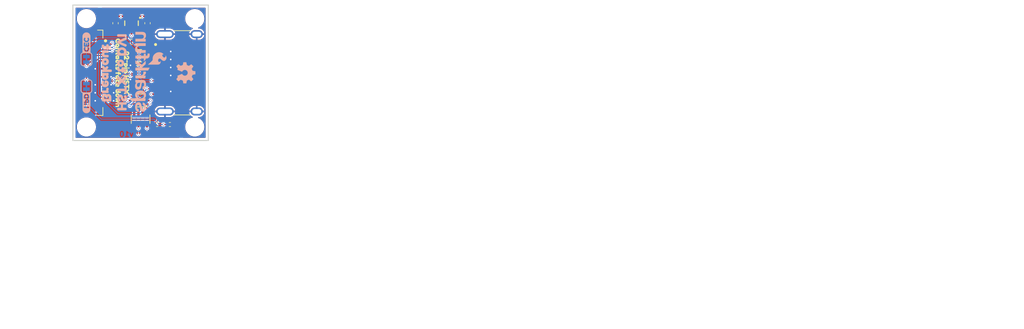
<source format=kicad_pcb>
(kicad_pcb (version 20240108) (generator "pcbnew") (generator_version "8.0")
  (title_block (title "SparkFun HSTX to DVI Breakout") (date "2025-03-03") (rev "v10") (company "SparkFun Electronics") (comment 1 "Designed by: Alex Brudner"))
  (layers (0 "F.Cu" signal) (1 "In1.Cu" signal "L2.Cu") (2 "In2.Cu" signal "L3.Cu") (31 "B.Cu" signal) (34 "B.Paste" user) (35 "F.Paste" user) (36 "B.SilkS" user "B.Silkscreen") (37 "F.SilkS" user "F.Silkscreen") (38 "B.Mask" user) (39 "F.Mask" user) (44 "Edge.Cuts" user))
  (net 0 "")
  (net 1 "GND")
  (net 2 "3.3V")
  (net 3 "Net-(U1-C-)")
  (net 4 "Net-(U1-C+)")
  (net 5 "5V")
  (net 6 "/IO0{slash}IO28")
  (net 9 "/SDA")
  (net 10 "/SCL")
  (net 11 "/IO1{slash}IO29")
  (net 12 "/5V_SDA")
  (net 13 "/HDMI_D1-")
  (net 14 "/HDMI_D2-")
  (net 15 "/CEC")
  (net 16 "/5V_HOTPLUG")
  (net 17 "/HDMI_D0+")
  (net 19 "/HDMI_CK+")
  (net 20 "/HDMI_D0-")
  (net 21 "/5V_SCL")
  (net 22 "/HDMI_D2+")
  (net 23 "/HDMI_D1+")
  (net 24 "/HDMI_CK-")
  (net 25 "/HOTPLUG")
  (net 26 "/D2+")
  (net 27 "/CK+")
  (net 28 "/CK-")
  (net 29 "/D1-")
  (net 30 "/D2-")
  (net 31 "/D0+")
  (net 32 "/D0-")
  (net 33 "/D1+")
  (footprint "SparkFun-Hardware:Standoff" (layer "F.Cu") (at 101.04 141.96)
    (property "Reference" "ST3")
    (property "Value" "Standoff")
    (pad "" np_thru_hole circle (at 0 0) (size 3.1 3.1) (drill 3.1) (layers "F&B.Cu" "*.Mask"))
  )
  (footprint "SparkFun-Resistor:R_0804_Array_Convex" (layer "F.Cu") (at 110.9 131.6)
    (property "Reference" "R3")
    (property "Value" "220")
    (pad "1" smd rect (at -0.55 -0.75) (size 0.7 0.3) (layers "F.Cu" "F.Paste" "F.Mask") (net 31 "/D0+"))
    (pad "2" smd rect (at 0.55 -0.75) (size 0.7 0.3) (layers "F.Cu" "F.Paste" "F.Mask") (net 17 "/HDMI_D0+"))
    (pad "3" smd rect (at -0.55 -0.25) (size 0.7 0.3) (layers "F.Cu" "F.Paste" "F.Mask") (net 32 "/D0-"))
    (pad "4" smd rect (at 0.55 -0.25) (size 0.7 0.3) (layers "F.Cu" "F.Paste" "F.Mask") (net 20 "/HDMI_D0-"))
    (pad "5" smd rect (at -0.55 0.25) (size 0.7 0.3) (layers "F.Cu" "F.Paste" "F.Mask") (net 27 "/CK+"))
    (pad "6" smd rect (at 0.55 0.25) (size 0.7 0.3) (layers "F.Cu" "F.Paste" "F.Mask") (net 19 "/HDMI_CK+"))
    (pad "7" smd rect (at -0.55 0.75) (size 0.7 0.3) (layers "F.Cu" "F.Paste" "F.Mask") (net 28 "/CK-"))
    (pad "8" smd rect (at 0.55 0.75) (size 0.7 0.3) (layers "F.Cu" "F.Paste" "F.Mask") (net 24 "/HDMI_CK-"))
  )
  (footprint "SparkFun-Aesthetic:Fiducial_0.5mm_Mask1mm" (layer "F.Cu") (at 103.58 120.116)
    (property "Reference" "FID1")
    (property "Value" "Fiducial_0.5mm")
    (pad "" smd circle (at 0 0) (size 0.5 0.5) (layers "F.Cu" "F.Mask") (clearance 0.25))
  )
  (footprint "SparkFun-Resistor:R_0402_1005Metric" (layer "F.Cu") (at 116.7 141.5)
    (property "Reference" "R4")
    (property "Value" "100k")
    (pad "1" smd roundrect (at -0.51 0) (size 0.54 0.64) (layers "F.Cu" "F.Paste" "F.Mask") (net 25 "/HOTPLUG"))
    (pad "2" smd roundrect (at 0.51 0) (size 0.54 0.64) (layers "F.Cu" "F.Paste" "F.Mask") (net 1 "GND"))
  )
  (footprint "kibuzzard-67C223E4" (layer "F.Cu") (at 108.45 131.8 -90)
    (property "Reference" "kibuzzard-67C223E4" (hide yes))
    (property "Value" "G***" (hide yes))
  )
  (footprint "SparkFun-Aesthetic:Fiducial_0.5mm_Mask1mm" (layer "F.Cu") (at 118.82 143.484)
    (property "Reference" "FID2")
    (property "Value" "Fiducial_0.5mm")
    (pad "" smd circle (at 0 0) (size 0.5 0.5) (layers "F.Cu" "F.Mask") (clearance 0.25))
  )
  (footprint "SparkFun-Semiconductor-Standard:SOT23-6" (layer "F.Cu") (at 109.5 122.5 -90)
    (property "Reference" "U1")
    (property "Value" "AP3602")
    (pad "1" smd rect (at -1.3001 -0.95 180) (size 0.55 1.2) (layers "F.Cu" "F.Paste" "F.Mask") (net 5 "5V"))
    (pad "2" smd rect (at -1.3001 0 180) (size 0.55 1.2) (layers "F.Cu" "F.Paste" "F.Mask") (net 1 "GND"))
    (pad "3" smd rect (at -1.3001 0.95 180) (size 0.55 1.2) (layers "F.Cu" "F.Paste" "F.Mask") (net 2 "3.3V"))
    (pad "4" smd rect (at 1.3001 0.95 180) (size 0.55 1.2) (layers "F.Cu" "F.Paste" "F.Mask") (net 3 "Net-(U1-C-)"))
    (pad "5" smd rect (at 1.3 0 180) (size 0.55 1.2) (layers "F.Cu" "F.Paste" "F.Mask") (net 2 "3.3V"))
    (pad "6" smd rect (at 1.3001 -0.95 180) (size 0.55 1.2) (layers "F.Cu" "F.Paste" "F.Mask") (net 4 "Net-(U1-C+)"))
  )
  (footprint "SparkFun-Resistor:R_1206_Array_Convex" (layer "F.Cu") (at 111.2 140.5 -90)
    (property "Reference" "R1")
    (property "Value" "10k")
    (pad "1" smd rect (at -0.875 -1.2 270) (size 1.05 0.45) (layers "F.Cu" "F.Paste" "F.Mask") (net 9 "/SDA"))
    (pad "2" smd rect (at 0.875 -1.2 270) (size 1.05 0.45) (layers "F.Cu" "F.Paste" "F.Mask") (net 2 "3.3V"))
    (pad "3" smd rect (at -0.875 -0.4 270) (size 1.05 0.45) (layers "F.Cu" "F.Paste" "F.Mask") (net 21 "/5V_SCL"))
    (pad "4" smd rect (at 0.875 -0.4 270) (size 1.05 0.45) (layers "F.Cu" "F.Paste" "F.Mask") (net 5 "5V"))
    (pad "5" smd rect (at -0.875 0.4 270) (size 1.05 0.45) (layers "F.Cu" "F.Paste" "F.Mask") (net 10 "/SCL"))
    (pad "6" smd rect (at 0.875 0.4 270) (size 1.05 0.45) (layers "F.Cu" "F.Paste" "F.Mask") (net 2 "3.3V"))
    (pad "7" smd rect (at -0.875 1.2 270) (size 1.05 0.45) (layers "F.Cu" "F.Paste" "F.Mask") (net 12 "/5V_SDA"))
    (pad "8" smd rect (at 0.875 1.2 270) (size 1.05 0.45) (layers "F.Cu" "F.Paste" "F.Mask") (net 5 "5V"))
  )
  (footprint "SparkFun-Capacitor:C_0603_1608Metric" (layer "F.Cu") (at 106.5 122.5 -90)
    (property "Reference" "C1")
    (property "Value" "10uF")
    (pad "1" smd roundrect (at -0.775 0 270) (size 0.9 0.95) (layers "F.Cu" "F.Paste" "F.Mask") (net 2 "3.3V"))
    (pad "2" smd roundrect (at 0.775 0 270) (size 0.9 0.95) (layers "F.Cu" "F.Paste" "F.Mask") (net 1 "GND"))
  )
  (footprint "SparkFun-Semiconductor-Standard:SOT-363" (layer "F.Cu") (at 111.2 137 180)
    (property "Reference" "Q1")
    (property "Value" "BSS138")
    (pad "1" smd rect (at -0.95 -0.65 270) (size 0.42 0.6) (layers "F.Cu" "F.Paste" "F.Mask") (net 9 "/SDA"))
    (pad "2" smd rect (at -0.95 0 270) (size 0.42 0.6) (layers "F.Cu" "F.Paste" "F.Mask") (net 2 "3.3V"))
    (pad "3" smd rect (at -0.95 0.65 270) (size 0.42 0.6) (layers "F.Cu" "F.Paste" "F.Mask") (net 21 "/5V_SCL"))
    (pad "4" smd rect (at 0.95 0.65 270) (size 0.42 0.6) (layers "F.Cu" "F.Paste" "F.Mask") (net 10 "/SCL"))
    (pad "5" smd rect (at 0.95 0 270) (size 0.42 0.6) (layers "F.Cu" "F.Paste" "F.Mask") (net 2 "3.3V"))
    (pad "6" smd rect (at 0.95 -0.65 270) (size 0.42 0.6) (layers "F.Cu" "F.Paste" "F.Mask") (net 12 "/5V_SDA"))
  )
  (footprint "SparkFun-Hardware:Standoff" (layer "F.Cu") (at 121.36 141.96)
    (property "Reference" "ST4")
    (property "Value" "Standoff")
    (pad "" np_thru_hole circle (at 0 0) (size 3.1 3.1) (drill 3.1) (layers "F&B.Cu" "*.Mask"))
  )
  (footprint "kibuzzard-67C22392" (layer "F.Cu") (at 107 131.8 -90)
    (property "Reference" "kibuzzard-67C22392" (hide yes))
    (property "Value" "G***" (hide yes))
  )
  (footprint "SparkFun-Aesthetic:SparkFun_Flame_5mm_Mask" (layer "F.Cu") (at 106 142 -90)
    (property "Reference" "G***" (hide yes))
    (property "Value" "Flame" (hide yes))
  )
  (footprint "SparkFun-Hardware:Standoff" (layer "F.Cu") (at 121.36 121.64)
    (property "Reference" "ST2")
    (property "Value" "Standoff")
    (pad "" np_thru_hole circle (at 0 0) (size 3.1 3.1) (drill 3.1) (layers "F&B.Cu" "*.Mask"))
  )
  (footprint "SparkFun-Capacitor:C_0603_1608Metric" (layer "F.Cu") (at 112.5 122.5 -90)
    (property "Reference" "C3")
    (property "Value" "10uF")
    (pad "1" smd roundrect (at -0.775 0 270) (size 0.9 0.95) (layers "F.Cu" "F.Paste" "F.Mask") (net 5 "5V"))
    (pad "2" smd roundrect (at 0.775 0 270) (size 0.9 0.95) (layers "F.Cu" "F.Paste" "F.Mask") (net 1 "GND"))
  )
  (footprint "SparkFun-Aesthetic:Creative_Commons_License" (layer "F.Cu") (at 230 160)
    (property "Reference" "G2" (hide yes))
    (property "Value" "OSHW_Logo" (hide yes))
  )
  (footprint "SparkFun-Connector:FPC_0.5mm-22_RA" (layer "F.Cu") (at 104.625 131.8 -90)
    (property "Reference" "J1")
    (property "Value" "Conn_01x22_FPC_0.5mm_RA")
    (pad "1" smd rect (at -5.25 0 90) (size 0.3 1.3) (layers "F.Cu" "F.Mask") (net 2 "3.3V"))
    (pad "2" smd rect (at -4.75 0 90) (size 0.3 1.3) (layers "F.Cu" "F.Mask") (net 9 "/SDA"))
    (pad "3" smd rect (at -4.25 0 90) (size 0.3 1.3) (layers "F.Cu" "F.Mask") (net 10 "/SCL"))
    (pad "4" smd rect (at -3.75 0 90) (size 0.3 1.3) (layers "F.Cu" "F.Mask") (net 1 "GND"))
    (pad "5" smd rect (at -3.25 0 90) (size 0.3 1.3) (layers "F.Cu" "F.Mask") (net 6 "/IO0{slash}IO28"))
    (pad "6" smd rect (at -2.75 0 90) (size 0.3 1.3) (layers "F.Cu" "F.Mask") (net 11 "/IO1{slash}IO29"))
    (pad "7" smd rect (at -2.25 0 90) (size 0.3 1.3) (layers "F.Cu" "F.Mask") (net 1 "GND"))
    (pad "8" smd rect (at -1.75 0 90) (size 0.3 1.3) (layers "F.Cu" "F.Mask"))
    (pad "9" smd rect (at -1.25 0 90) (size 0.3 1.3) (layers "F.Cu" "F.Mask"))
    (pad "10" smd rect (at -0.75 0 90) (size 0.3 1.3) (layers "F.Cu" "F.Mask") (net 1 "GND"))
    (pad "11" smd rect (at -0.25 0 90) (size 0.3 1.3) (layers "F.Cu" "F.Mask") (net 26 "/D2+"))
    (pad "12" smd rect (at 0.25 0 90) (size 0.3 1.3) (layers "F.Cu" "F.Mask") (net 30 "/D2-"))
    (pad "13" smd rect (at 0.75 0 90) (size 0.3 1.3) (layers "F.Cu" "F.Mask") (net 1 "GND"))
    (pad "14" smd rect (at 1.25 0 90) (size 0.3 1.3) (layers "F.Cu" "F.Mask") (net 27 "/CK+"))
    (pad "15" smd rect (at 1.75 0 90) (size 0.3 1.3) (layers "F.Cu" "F.Mask") (net 28 "/CK-"))
    (pad "16" smd rect (at 2.25 0 90) (size 0.3 1.3) (layers "F.Cu" "F.Mask") (net 1 "GND"))
    (pad "17" smd rect (at 2.75 0 90) (size 0.3 1.3) (layers "F.Cu" "F.Mask") (net 33 "/D1+"))
    (pad "18" smd rect (at 3.25 0 90) (size 0.3 1.3) (layers "F.Cu" "F.Mask") (net 29 "/D1-"))
    (pad "19" smd rect (at 3.75 0 90) (size 0.3 1.3) (layers "F.Cu" "F.Mask") (net 1 "GND"))
    (pad "20" smd rect (at 4.25 0 90) (size 0.3 1.3) (layers "F.Cu" "F.Mask") (net 31 "/D0+"))
    (pad "21" smd rect (at 4.75 0 90) (size 0.3 1.3) (layers "F.Cu" "F.Mask") (net 32 "/D0-"))
    (pad "22" smd rect (at 5.25 0 90) (size 0.3 1.3) (layers "F.Cu" "F.Mask") (net 1 "GND"))
    (pad "NC" smd rect (at -6.95 2.68) (size 1.6 2) (layers "F.Cu" "F.Paste" "F.Mask"))
    (pad "NC" smd rect (at 6.95 2.68) (size 1.6 2) (layers "F.Cu" "F.Paste" "F.Mask"))
  )
  (footprint "SparkFun-Connector:HDMI_A_19P_SMD" (layer "F.Cu") (at 115.01 131.8 90)
    (property "Reference" "J2")
    (property "Value" "HDMI")
    (pad "1" smd rect (at 4.5 0 270) (size 0.3 2.6) (layers "F.Cu" "F.Paste" "F.Mask") (net 22 "/HDMI_D2+"))
    (pad "2" smd rect (at 4 0 270) (size 0.3 2.6) (layers "F.Cu" "F.Paste" "F.Mask") (net 1 "GND"))
    (pad "3" smd rect (at 3.5 0 270) (size 0.3 2.6) (layers "F.Cu" "F.Paste" "F.Mask") (net 14 "/HDMI_D2-"))
    (pad "4" smd rect (at 3 0 270) (size 0.3 2.6) (layers "F.Cu" "F.Paste" "F.Mask") (net 23 "/HDMI_D1+"))
    (pad "5" smd rect (at 2.5 0 270) (size 0.3 2.6) (layers "F.Cu" "F.Paste" "F.Mask") (net 1 "GND"))
    (pad "6" smd rect (at 2 0 270) (size 0.3 2.6) (layers "F.Cu" "F.Paste" "F.Mask") (net 13 "/HDMI_D1-"))
    (pad "7" smd rect (at 1.5 0 270) (size 0.3 2.6) (layers "F.Cu" "F.Paste" "F.Mask") (net 17 "/HDMI_D0+"))
    (pad "8" smd rect (at 1 0 270) (size 0.3 2.6) (layers "F.Cu" "F.Paste" "F.Mask") (net 1 "GND"))
    (pad "9" smd rect (at 0.5 0 270) (size 0.3 2.6) (layers "F.Cu" "F.Paste" "F.Mask") (net 20 "/HDMI_D0-"))
    (pad "10" smd rect (at 0 0 270) (size 0.3 2.6) (layers "F.Cu" "F.Paste" "F.Mask") (net 19 "/HDMI_CK+"))
    (pad "11" smd rect (at -0.5 0 270) (size 0.3 2.6) (layers "F.Cu" "F.Paste" "F.Mask") (net 1 "GND"))
    (pad "12" smd rect (at -1 0 270) (size 0.3 2.6) (layers "F.Cu" "F.Paste" "F.Mask") (net 24 "/HDMI_CK-"))
    (pad "13" smd rect (at -1.5 0 270) (size 0.3 2.6) (layers "F.Cu" "F.Paste" "F.Mask") (net 15 "/CEC"))
    (pad "14" smd rect (at -2 0 270) (size 0.3 2.6) (layers "F.Cu" "F.Paste" "F.Mask"))
    (pad "15" smd rect (at -2.5 0 270) (size 0.3 2.6) (layers "F.Cu" "F.Paste" "F.Mask") (net 21 "/5V_SCL"))
    (pad "16" smd rect (at -3 0 270) (size 0.3 2.6) (layers "F.Cu" "F.Paste" "F.Mask") (net 12 "/5V_SDA"))
    (pad "17" smd rect (at -3.5 0 270) (size 0.3 2.6) (layers "F.Cu" "F.Paste" "F.Mask") (net 1 "GND"))
    (pad "18" smd rect (at -4 0 270) (size 0.3 2.6) (layers "F.Cu" "F.Paste" "F.Mask") (net 5 "5V"))
    (pad "19" smd rect (at -4.5 0 270) (size 0.3 2.6) (layers "F.Cu" "F.Paste" "F.Mask") (net 16 "/5V_HOTPLUG"))
    (pad "SH" thru_hole oval (at -7.25 0.76 90) (size 1.5 3.3) (drill oval 0.9 2.7) (layers "*.Cu" "*.Mask" "F.Paste") (net 1 "GND"))
    (pad "SH" thru_hole oval (at -7.25 6.72 90) (size 1.5 2.3) (drill oval 0.9 1.7) (layers "*.Cu" "*.Mask" "F.Paste") (net 1 "GND"))
    (pad "SH" thru_hole oval (at 7.25 0.76 90) (size 1.5 3.3) (drill oval 0.9 2.7) (layers "*.Cu" "*.Mask" "F.Paste") (net 1 "GND"))
    (pad "SH" thru_hole oval (at 7.25 6.72 90) (size 1.5 2.3) (drill oval 0.9 1.7) (layers "*.Cu" "*.Mask" "F.Paste") (net 1 "GND"))
  )
  (footprint "SparkFun-Resistor:R_0804_Array_Convex" (layer "F.Cu") (at 110.9 128.6)
    (property "Reference" "R2")
    (property "Value" "220")
    (pad "1" smd rect (at -0.55 -0.75) (size 0.7 0.3) (layers "F.Cu" "F.Paste" "F.Mask") (net 26 "/D2+"))
    (pad "2" smd rect (at 0.55 -0.75) (size 0.7 0.3) (layers "F.Cu" "F.Paste" "F.Mask") (net 22 "/HDMI_D2+"))
    (pad "3" smd rect (at -0.55 -0.25) (size 0.7 0.3) (layers "F.Cu" "F.Paste" "F.Mask") (net 30 "/D2-"))
    (pad "4" smd rect (at 0.55 -0.25) (size 0.7 0.3) (layers "F.Cu" "F.Paste" "F.Mask") (net 14 "/HDMI_D2-"))
    (pad "5" smd rect (at -0.55 0.25) (size 0.7 0.3) (layers "F.Cu" "F.Paste" "F.Mask") (net 33 "/D1+"))
    (pad "6" smd rect (at 0.55 0.25) (size 0.7 0.3) (layers "F.Cu" "F.Paste" "F.Mask") (net 23 "/HDMI_D1+"))
    (pad "7" smd rect (at -0.55 0.75) (size 0.7 0.3) (layers "F.Cu" "F.Paste" "F.Mask") (net 29 "/D1-"))
    (pad "8" smd rect (at 0.55 0.75) (size 0.7 0.3) (layers "F.Cu" "F.Paste" "F.Mask") (net 13 "/HDMI_D1-"))
  )
  (footprint "SparkFun-Hardware:Standoff" (layer "F.Cu") (at 101.04 121.64)
    (property "Reference" "ST1")
    (property "Value" "Standoff")
    (pad "" np_thru_hole circle (at 0 0) (size 3.1 3.1) (drill 3.1) (layers "F&B.Cu" "*.Mask"))
  )
  (footprint "SparkFun-Capacitor:C_0603_1608Metric" (layer "F.Cu") (at 109.5 126 180)
    (property "Reference" "C2")
    (property "Value" "1.0uF")
    (pad "1" smd roundrect (at -0.775 0 180) (size 0.9 0.95) (layers "F.Cu" "F.Paste" "F.Mask") (net 4 "Net-(U1-C+)"))
    (pad "2" smd roundrect (at 0.775 0 180) (size 0.9 0.95) (layers "F.Cu" "F.Paste" "F.Mask") (net 3 "Net-(U1-C-)"))
  )
  (footprint "SparkFun-Resistor:R_0402_1005Metric" (layer "F.Cu") (at 114.3 141.5 180)
    (property "Reference" "R5")
    (property "Value" "100k")
    (pad "1" smd roundrect (at -0.51 0 180) (size 0.54 0.64) (layers "F.Cu" "F.Paste" "F.Mask") (net 25 "/HOTPLUG"))
    (pad "2" smd roundrect (at 0.51 0 180) (size 0.54 0.64) (layers "F.Cu" "F.Paste" "F.Mask") (net 16 "/5V_HOTPLUG"))
  )
  (footprint "SparkFun-Jumper:Jumper_2_NC_Trace" (layer "B.Cu") (at 101.04 129.26 90)
    (property "Reference" "JP1")
    (property "Value" "CEC")
    (fp_poly (pts (xy -0.25 0.15) (xy 0.25 0.15) (xy 0.25 -0.15) (xy -0.25 -0.15)) (fill solid) (layer "B.Cu"))
    (pad "1" smd rect (at -0.5207 0 90) (size 0.6604 1.27) (layers "B.Cu" "B.Mask") (net 6 "/IO0{slash}IO28"))
    (pad "2" smd rect (at 0.5207 0 90) (size 0.6604 1.27) (layers "B.Cu" "B.Mask") (net 15 "/CEC"))
  )
  (footprint "kibuzzard-67C21FDF" (layer "B.Cu") (at 101.05 126.15 90)
    (property "Reference" "kibuzzard-67C21FDF" (hide yes))
    (property "Value" "G***" (hide yes))
  )
  (footprint "SparkFun-Aesthetic:SparkFun_Logo_15mm" (layer "B.Cu") (at 111.2 131.8 90)
    (property "Reference" "G***" (hide yes))
    (property "Value" "LOGO" (hide yes))
  )
  (footprint "kibuzzard-67C22006" (layer "B.Cu") (at 101.05 137.45 90)
    (property "Reference" "kibuzzard-67C22006" (hide yes))
    (property "Value" "G***" (hide yes))
  )
  (footprint "kibuzzard-67C2232E" (layer "B.Cu") (at 104.85 131.8 90)
    (property "Reference" "kibuzzard-67C2232E" (hide yes))
    (property "Value" "G***" (hide yes))
  )
  (footprint "SparkFun-Aesthetic:OSHW_Logo_4mm" (layer "B.Cu") (at 119.5 131.8 90)
    (property "Reference" "Ref**" (hide yes))
    (property "Value" "Val**" (hide yes))
  )
  (footprint "SparkFun-Jumper:Jumper_2_NC_Trace" (layer "B.Cu") (at 101.04 134.34 -90)
    (property "Reference" "JP2")
    (property "Value" "HPE")
    (fp_poly (pts (xy -0.25 0.15) (xy 0.25 0.15) (xy 0.25 -0.15) (xy -0.25 -0.15)) (fill solid) (layer "B.Cu"))
    (pad "1" smd rect (at -0.5207 0 270) (size 0.6604 1.27) (layers "B.Cu" "B.Mask") (net 11 "/IO1{slash}IO29"))
    (pad "2" smd rect (at 0.5207 0 270) (size 0.6604 1.27) (layers "B.Cu" "B.Mask") (net 25 "/HOTPLUG"))
  )
  (footprint "kibuzzard-67C220EB" (layer "B.Cu") (at 107.7 131.7 90)
    (property "Reference" "kibuzzard-67C220EB" (hide yes))
    (property "Value" "G***" (hide yes))
  )
  (gr_line (start 98.5 144.5) (end 123.9 144.5) (stroke (width 0.2)) (layer "Edge.Cuts"))
  (gr_line (start 123.9 119.1) (end 98.5 119.1) (stroke (width 0.2)) (layer "Edge.Cuts"))
  (gr_line (start 123.9 144.5) (end 123.9 119.1) (stroke (width 0.2)) (layer "Edge.Cuts"))
  (gr_line (start 98.5 119.1) (end 98.5 144.5) (stroke (width 0.2)) (layer "Edge.Cuts"))
  (gr_text "v10" (at 110 143.92 0) (layer "B.Cu" knockout) (effects (font (size 1 1) (thickness 0.2) (bold yes)) (justify left bottom mirror)))
  (via (at 106.15 135.55) (size 0.45) (drill 0.3) (layers "F.Cu" "B.Cu") (net 1))
  (via (at 105.663878 132.561024) (size 0.45) (drill 0.3) (layers "F.Cu" "B.Cu") (net 1))
  (via (at 116.85 129.3) (size 0.45) (drill 0.3) (layers "F.Cu" "B.Cu") (net 1))
  (via (at 102.7 137.05) (size 0.45) (drill 0.3) (layers "F.Cu" "B.Cu") (net 1))
  (via (at 102.7 134.05) (size 0.45) (drill 0.3) (layers "F.Cu" "B.Cu") (net 1))
  (via (at 116.85 135.3) (size 0.45) (drill 0.3) (layers "F.Cu" "B.Cu") (net 1))
  (via (at 106.15 137.05) (size 0.45) (drill 0.3) (layers "F.Cu" "B.Cu") (net 1))
  (via (at 109.3 133.05) (size 0.45) (drill 0.3) (layers "F.Cu" "B.Cu") (net 1))
  (via (at 102.7 135.55) (size 0.45) (drill 0.3) (layers "F.Cu" "B.Cu") (net 1))
  (via (at 105.66253 134.035241) (size 0.45) (drill 0.3) (layers "F.Cu" "B.Cu") (net 1))
  (via (at 116.85 127.8) (size 0.45) (drill 0.3) (layers "F.Cu" "B.Cu") (net 1))
  (via (at 116.85 130.8) (size 0.45) (drill 0.3) (layers "F.Cu" "B.Cu") (net 1))
  (via (at 102.7 131.05) (size 0.45) (drill 0.3) (layers "F.Cu" "B.Cu") (net 1))
  (via (at 109.3 130.4) (size 0.45) (drill 0.3) (layers "F.Cu" "B.Cu") (net 1))
  (via (at 116.85 132.3) (size 0.45) (drill 0.3) (layers "F.Cu" "B.Cu") (net 1))
  (segment (start 112.15 137) (end 113.05 137) (width 0.3) (layer "F.Cu") (net 2))
  (segment (start 109.5 123) (end 108.55 122.05) (width 0.3) (layer "F.Cu") (net 2))
  (segment (start 108.8 137) (end 110.25 137) (width 0.3) (layer "F.Cu") (net 2))
  (segment (start 109.5 123.8) (end 109.5 123) (width 0.3) (layer "F.Cu") (net 2))
  (segment (start 110.8 141.375) (end 110.8 142.2) (width 0.3) (layer "F.Cu") (net 2))
  (segment (start 104.625 126.55) (end 105.5 126.55) (width 0.3) (layer "F.Cu") (net 2))
  (segment (start 108.55 122.05) (end 108.55 121.1999) (width 0.3) (layer "F.Cu") (net 2))
  (segment (start 112.4 141.375) (end 112.4 142.2) (width 0.3) (layer "F.Cu") (net 2))
  (segment (start 108.5499 121.2) (end 108.55 121.1999) (width 0.3) (layer "F.Cu") (net 2))
  (segment (start 107.025 121.2) (end 107.5 121.2) (width 0.3) (layer "F.Cu") (net 2))
  (segment (start 107.5 121.2) (end 108.5499 121.2) (width 0.3) (layer "F.Cu") (net 2))
  (segment (start 109.5 123.8) (end 109.5 124.8) (width 0.3) (layer "F.Cu") (net 2))
  (segment (start 105.5 126.55) (end 105.85 126.2) (width 0.3) (layer "F.Cu") (net 2))
  (segment (start 106.5 121.725) (end 107.025 121.2) (width 0.3) (layer "F.Cu") (net 2))
  (via (at 113.05 137) (size 0.45) (drill 0.3) (layers "F.Cu" "B.Cu") (net 2))
  (via (at 110.8 142.2) (size 0.45) (drill 0.3) (layers "F.Cu" "B.Cu") (net 2))
  (via (at 109.5 124.8) (size 0.45) (drill 0.3) (layers "F.Cu" "B.Cu") (net 2))
  (via (at 105.85 126.2) (size 0.45) (drill 0.3) (layers "F.Cu" "B.Cu") (net 2))
  (via (at 108.8 137) (size 0.45) (drill 0.3) (layers "F.Cu" "B.Cu") (net 2))
  (via (at 112.4 142.2) (size 0.45) (drill 0.3) (layers "F.Cu" "B.Cu") (net 2))
  (via (at 107.5 121.2) (size 0.45) (drill 0.3) (layers "F.Cu" "B.Cu") (net 2))
  (segment (start 108.725 126) (end 108.725 125.075) (width 0.2) (layer "F.Cu") (net 3))
  (segment (start 108.725 125.075) (end 108.55 124.9) (width 0.2) (layer "F.Cu") (net 3))
  (segment (start 108.55 124.9) (end 108.55 123.8001) (width 0.2) (layer "F.Cu") (net 3))
  (segment (start 110.3 125.975) (end 110.3 125.05) (width 0.2) (layer "F.Cu") (net 4))
  (segment (start 110.45 124.9) (end 110.45 123.8001) (width 0.2) (layer "F.Cu") (net 4))
  (segment (start 110.3 125.05) (end 110.45 124.9) (width 0.2) (layer "F.Cu") (net 4))
  (segment (start 110.275 126) (end 110.3 125.975) (width 0.2) (layer "F.Cu") (net 4))
  (segment (start 110 141.375) (end 110 142.5) (width 0.3) (layer "F.Cu") (net 5))
  (segment (start 115.01 135.8) (end 113.25 135.8) (width 0.3) (layer "F.Cu") (net 5))
  (segment (start 110 142.5) (end 110.8 143.3) (width 0.3) (layer "F.Cu") (net 5))
  (segment (start 111.975 121.2) (end 112.5 121.725) (width 0.3) (layer "F.Cu") (net 5))
  (segment (start 110.4501 121.2) (end 110.45 121.1999) (width 0.3) (layer "F.Cu") (net 5))
  (segment (start 111.5 121.2) (end 110.4501 121.2) (width 0.3) (layer "F.Cu") (net 5))
  (segment (start 111.6 141.375) (end 111.6 142.5) (width 0.3) (layer "F.Cu") (net 5))
  (segment (start 111.5 121.2) (end 111.975 121.2) (width 0.3) (layer "F.Cu") (net 5))
  (segment (start 111.6 142.5) (end 110.8 143.3) (width 0.3) (layer "F.Cu") (net 5))
  (via (at 113.25 135.8) (size 0.45) (drill 0.3) (layers "F.Cu" "B.Cu") (net 5))
  (via (at 110.8 143.3) (size 0.45) (drill 0.3) (layers "F.Cu" "B.Cu") (net 5))
  (via (at 111.5 121.2) (size 0.45) (drill 0.3) (layers "F.Cu" "B.Cu") (net 5))
  (segment (start 102.75 128.8) (end 101.05 130.5) (width 0.2) (layer "F.Cu") (net 6))
  (segment (start 104.625 128.55) (end 103 128.55) (width 0.2) (layer "F.Cu") (net 6))
  (segment (start 103 128.55) (end 102.75 128.8) (width 0.2) (layer "F.Cu") (net 6))
  (via (at 101.05 130.5) (size 0.45) (drill 0.3) (layers "F.Cu" "B.Cu") (net 6))
  (segment (start 101.05 130.5) (end 101.05 129.7907) (width 0.2) (layer "B.Cu") (net 6))
  (segment (start 101.05 129.7907) (end 101.04 129.7807) (width 0.2) (layer "B.Cu") (net 6))
  (segment (start 106.2 127.05) (end 104.625 127.05) (width 0.2) (layer "F.Cu") (net 9))
  (segment (start 112.4 138.35) (end 112.15 138.1) (width 0.2) (layer "F.Cu") (net 9))
  (segment (start 112.15 137.65) (end 112.85 137.65) (width 0.2) (layer "F.Cu") (net 9))
  (segment (start 112.15 138.1) (end 112.15 137.65) (width 0.2) (layer "F.Cu") (net 9))
  (segment (start 112.4 139.625) (end 112.4 138.35) (width 0.2) (layer "F.Cu") (net 9))
  (via (at 106.2 127.05) (size 0.45) (drill 0.3) (layers "F.Cu" "B.Cu") (net 9))
  (via (at 112.85 137.65) (size 0.45) (drill 0.3) (layers "F.Cu" "B.Cu") (net 9))
  (segment (start 106.2 127.05) (end 104.35 127.05) (width 0.2) (layer "B.Cu") (net 9))
  (segment (start 103.3 128.1) (end 103.3 135.825) (width 0.2) (layer "B.Cu") (net 9))
  (segment (start 111.05 139.45) (end 112.85 137.65) (width 0.2) (layer "B.Cu") (net 9))
  (segment (start 103.3 135.825) (end 106.925 139.45) (width 0.2) (layer "B.Cu") (net 9))
  (segment (start 106.925 139.45) (end 111.05 139.45) (width 0.2) (layer "B.Cu") (net 9))
  (segment (start 104.35 127.05) (end 103.3 128.1) (width 0.2) (layer "B.Cu") (net 9))
  (segment (start 110.8 138.9) (end 110.95 138.75) (width 0.2) (layer "F.Cu") (net 10))
  (segment (start 105.85 127.6) (end 105.8 127.55) (width 0.2) (layer "F.Cu") (net 10))
  (segment (start 110.71 136.35) (end 110.25 136.35) (width 0.2) (layer "F.Cu") (net 10))
  (segment (start 110.95 136.59) (end 110.71 136.35) (width 0.2) (layer "F.Cu") (net 10))
  (segment (start 109.7 136.35) (end 109.5 136.15) (width 0.2) (layer "F.Cu") (net 10))
  (segment (start 110.25 136.35) (end 109.7 136.35) (width 0.2) (layer "F.Cu") (net 10))
  (segment (start 109.5 136.15) (end 109.2 136.15) (width 0.2) (layer "F.Cu") (net 10))
  (segment (start 110.95 138.75) (end 110.95 136.59) (width 0.2) (layer "F.Cu") (net 10))
  (segment (start 105.8 127.55) (end 104.625 127.55) (width 0.2) (layer "F.Cu") (net 10))
  (segment (start 110.8 139.625) (end 110.8 138.9) (width 0.2) (layer "F.Cu") (net 10))
  (via (at 109.2 136.15) (size 0.45) (drill 0.3) (layers "F.Cu" "B.Cu") (net 10))
  (via (at 105.85 127.6) (size 0.45) (drill 0.3) (layers "F.Cu" "B.Cu") (net 10))
  (segment (start 108.95 136.4) (end 108.3 136.4) (width 0.2) (layer "B.Cu") (net 10))
  (segment (start 105.75 137.65) (end 103.7 135.6) (width 0.2) (layer "B.Cu") (net 10))
  (segment (start 104.4 127.6) (end 105.85 127.6) (width 0.2) (layer "B.Cu") (net 10))
  (segment (start 103.7 135.6) (end 103.7 128.3) (width 0.2) (layer "B.Cu") (net 10))
  (segment (start 103.7 128.3) (end 104.4 127.6) (width 0.2) (layer "B.Cu") (net 10))
  (segment (start 109.2 136.15) (end 108.95 136.4) (width 0.2) (layer "B.Cu") (net 10))
  (segment (start 108.3 136.4) (end 107.05 137.65) (width 0.2) (layer "B.Cu") (net 10))
  (segment (start 107.05 137.65) (end 105.75 137.65) (width 0.2) (layer "B.Cu") (net 10))
  (segment (start 103.4 129.05) (end 101.05 131.4) (width 0.2) (layer "F.Cu") (net 11))
  (segment (start 104.625 129.05) (end 103.4 129.05) (width 0.2) (layer "F.Cu") (net 11))
  (segment (start 101.05 131.4) (end 101.05 133.1) (width 0.2) (layer "F.Cu") (net 11))
  (via (at 101.05 133.1) (size 0.45) (drill 0.3) (layers "F.Cu" "B.Cu") (net 11))
  (segment (start 101.05 133.1) (end 101.05 133.8093) (width 0.2) (layer "B.Cu") (net 11))
  (segment (start 101.05 133.8093) (end 101.04 133.8193) (width 0.2) (layer "B.Cu") (net 11))
  (segment (start 110 138.35) (end 110.25 138.1) (width 0.2) (layer "F.Cu") (net 12))
  (segment (start 110.25 138.1) (end 110.25 137.65) (width 0.2) (layer "F.Cu") (net 12))
  (segment (start 109.55 137.65) (end 110.25 137.65) (width 0.2) (layer "F.Cu") (net 12))
  (segment (start 110 139.625) (end 110 138.35) (width 0.2) (layer "F.Cu") (net 12))
  (segment (start 109.2 138) (end 109.55 137.65) (width 0.2) (layer "F.Cu") (net 12))
  (segment (start 112.4 134.8) (end 115.01 134.8) (width 0.2) (layer "F.Cu") (net 12))
  (via (at 112.4 134.8) (size 0.45) (drill 0.3) (layers "F.Cu" "B.Cu") (net 12))
  (via (at 109.2 138) (size 0.45) (drill 0.3) (layers "F.Cu" "B.Cu") (net 12))
  (segment (start 112.4 134.8) (end 109.2 138) (width 0.2) (layer "B.Cu") (net 12))
  (segment (start 112.439938 129.245) (end 112.639938 129.445) (width 0.18) (layer "F.Cu") (net 13))
  (segment (start 112.639938 129.445) (end 113.245 129.445) (width 0.18) (layer "F.Cu") (net 13))
  (segment (start 111.45 129.35) (end 112.056943 129.35) (width 0.18) (layer "F.Cu") (net 13))
  (segment (start 112.161943 129.245) (end 112.439938 129.245) (width 0.18) (layer "F.Cu") (net 13))
  (segment (start 112.056943 129.35) (end 112.161943 129.245) (width 0.18) (layer "F.Cu") (net 13))
  (segment (start 113.245 129.445) (end 113.6 129.8) (width 0.18) (layer "F.Cu") (net 13))
  (segment (start 113.6 129.8) (end 115.01 129.8) (width 0.18) (layer "F.Cu") (net 13))
  (segment (start 112.590062 128.245) (end 112.890062 127.945) (width 0.18) (layer "F.Cu") (net 14))
  (segment (start 112.161943 128.245) (end 112.590062 128.245) (width 0.18) (layer "F.Cu") (net 14))
  (segment (start 113.6 128.3) (end 115.01 128.3) (width 0.18) (layer "F.Cu") (net 14))
  (segment (start 111.45 128.35) (end 112.056943 128.35) (width 0.18) (layer "F.Cu") (net 14))
  (segment (start 112.056943 128.35) (end 112.161943 128.245) (width 0.18) (layer "F.Cu") (net 14))
  (segment (start 112.890062 127.945) (end 113.245 127.945) (width 0.18) (layer "F.Cu") (net 14))
  (segment (start 113.245 127.945) (end 113.6 128.3) (width 0.18) (layer "F.Cu") (net 14))
  (segment (start 115.01 133.3) (end 113.25 133.3) (width 0.2) (layer "F.Cu") (net 15))
  (via (at 113.25 133.3) (size 0.45) (drill 0.3) (layers "F.Cu" "B.Cu") (net 15))
  (segment (start 110.9 132.6) (end 111.6 133.3) (width 0.2) (layer "B.Cu") (net 15))
  (segment (start 101.04 128.7393) (end 101.04 127.41) (width 0.2) (layer "B.Cu") (net 15))
  (segment (start 110.9 127.6) (end 110.9 132.6) (width 0.2) (layer "B.Cu") (net 15))
  (segment (start 108.55 125.25) (end 110.9 127.6) (width 0.2) (layer "B.Cu") (net 15))
  (segment (start 103.2 125.25) (end 108.55 125.25) (width 0.2) (layer "B.Cu") (net 15))
  (segment (start 101.04 127.41) (end 103.2 125.25) (width 0.2) (layer "B.Cu") (net 15))
  (segment (start 111.6 133.3) (end 113.25 133.3) (width 0.2) (layer "B.Cu") (net 15))
  (segment (start 118.45 139.8) (end 118.45 138.2) (width 0.2) (layer "F.Cu") (net 16))
  (segment (start 118.45 138.2) (end 116.55 136.3) (width 0.2) (layer "F.Cu") (net 16))
  (segment (start 113.79 141.36) (end 114.55 140.6) (width 0.2) (layer "F.Cu") (net 16))
  (segment (start 117.65 140.6) (end 118.45 139.8) (width 0.2) (layer "F.Cu") (net 16))
  (segment (start 116.55 136.3) (end 115.01 136.3) (width 0.2) (layer "F.Cu") (net 16))
  (segment (start 114.55 140.6) (end 117.65 140.6) (width 0.2) (layer "F.Cu") (net 16))
  (segment (start 113.79 141.5) (end 113.79 141.36) (width 0.2) (layer "F.Cu") (net 16))
  (segment (start 112.69499 130.655) (end 113.245 130.655) (width 0.18) (layer "F.Cu") (net 17))
  (segment (start 112.161943 130.955) (end 112.39499 130.955) (width 0.18) (layer "F.Cu") (net 17))
  (segment (start 112.056943 130.85) (end 112.161943 130.955) (width 0.18) (layer "F.Cu") (net 17))
  (segment (start 112.39499 130.955) (end 112.69499 130.655) (width 0.18) (layer "F.Cu") (net 17))
  (segment (start 113.245 130.655) (end 113.6 130.3) (width 0.18) (layer "F.Cu") (net 17))
  (segment (start 113.6 130.3) (end 115.01 130.3) (width 0.18) (layer "F.Cu") (net 17))
  (segment (start 111.45 130.85) (end 112.056943 130.85) (width 0.18) (layer "F.Cu") (net 17))
  (segment (start 112.700062 132.155) (end 113.245 132.155) (width 0.18) (layer "F.Cu") (net 19))
  (segment (start 112.044873 131.85) (end 112.149873 131.955) (width 0.18) (layer "F.Cu") (net 19))
  (segment (start 113.245 132.155) (end 113.6 131.8) (width 0.18) (layer "F.Cu") (net 19))
  (segment (start 111.45 131.85) (end 112.044873 131.85) (width 0.18) (layer "F.Cu") (net 19))
  (segment (start 112.149873 131.955) (end 112.500062 131.955) (width 0.18) (layer "F.Cu") (net 19))
  (segment (start 113.6 131.8) (end 115.01 131.8) (width 0.18) (layer "F.Cu") (net 19))
  (segment (start 112.500062 131.955) (end 112.700062 132.155) (width 0.18) (layer "F.Cu") (net 19))
  (segment (start 112.161943 131.245) (end 112.515114 131.245) (width 0.18) (layer "F.Cu") (net 20))
  (segment (start 112.809135 130.950979) (end 113.250979 130.950979) (width 0.18) (layer "F.Cu") (net 20))
  (segment (start 111.45 131.35) (end 112.056943 131.35) (width 0.18) (layer "F.Cu") (net 20))
  (segment (start 113.6 131.3) (end 115.01 131.3) (width 0.18) (layer "F.Cu") (net 20))
  (segment (start 113.250979 130.950979) (end 113.6 131.3) (width 0.18) (layer "F.Cu") (net 20))
  (segment (start 112.515114 131.245) (end 112.809135 130.950979) (width 0.18) (layer "F.Cu") (net 20))
  (segment (start 112.056943 131.35) (end 112.161943 131.245) (width 0.18) (layer "F.Cu") (net 20))
  (segment (start 111.6 138.9) (end 111.45 138.75) (width 0.2) (layer "F.Cu") (net 21))
  (segment (start 115.01 134.3) (end 113.35 134.3) (width 0.2) (layer "F.Cu") (net 21))
  (segment (start 113.35 134.3) (end 113.15 134.1) (width 0.2) (layer "F.Cu") (net 21))
  (segment (start 111.45 136.595) (end 111.695 136.35) (width 0.2) (layer "F.Cu") (net 21))
  (segment (start 112 134.1) (end 111.75 134.35) (width 0.2) (layer "F.Cu") (net 21))
  (segment (start 112.15 135.55) (end 112.15 136.35) (width 0.2) (layer "F.Cu") (net 21))
  (segment (start 111.75 134.35) (end 111.75 135.15) (width 0.2) (layer "F.Cu") (net 21))
  (segment (start 111.6 139.625) (end 111.6 138.9) (width 0.2) (layer "F.Cu") (net 21))
  (segment (start 111.45 138.75) (end 111.45 136.595) (width 0.2) (layer "F.Cu") (net 21))
  (segment (start 113.15 134.1) (end 112 134.1) (width 0.2) (layer "F.Cu") (net 21))
  (segment (start 111.75 135.15) (end 112.15 135.55) (width 0.2) (layer "F.Cu") (net 21))
  (segment (start 111.695 136.35) (end 112.15 136.35) (width 0.2) (layer "F.Cu") (net 21))
  (segment (start 113.6275 127.3) (end 115.01 127.3) (width 0.18) (layer "F.Cu") (net 22))
  (segment (start 113.2725 127.655) (end 113.6275 127.3) (width 0.18) (layer "F.Cu") (net 22))
  (segment (start 112.056943 127.85) (end 112.161943 127.955) (width 0.18) (layer "F.Cu") (net 22))
  (segment (start 112.161943 127.955) (end 112.469938 127.955) (width 0.18) (layer "F.Cu") (net 22))
  (segment (start 112.469938 127.955) (end 112.769938 127.655) (width 0.18) (layer "F.Cu") (net 22))
  (segment (start 111.45 127.85) (end 112.056943 127.85) (width 0.18) (layer "F.Cu") (net 22))
  (segment (start 112.769938 127.655) (end 113.2725 127.655) (width 0.18) (layer "F.Cu") (net 22))
  (segment (start 112.056943 128.85) (end 112.161943 128.955) (width 0.18) (layer "F.Cu") (net 23))
  (segment (start 113.2225 129.155) (end 113.5775 128.8) (width 0.18) (layer "F.Cu") (net 23))
  (segment (start 112.760062 129.155) (end 113.2225 129.155) (width 0.18) (layer "F.Cu") (net 23))
  (segment (start 111.45 128.85) (end 112.056943 128.85) (width 0.18) (layer "F.Cu") (net 23))
  (segment (start 112.161943 128.955) (end 112.560062 128.955) (width 0.18) (layer "F.Cu") (net 23))
  (segment (start 112.560062 128.955) (end 112.760062 129.155) (width 0.18) (layer "F.Cu") (net 23))
  (segment (start 113.5775 128.8) (end 115.01 128.8) (width 0.18) (layer "F.Cu") (net 23))
  (segment (start 113.245 132.445) (end 113.6 132.8) (width 0.18) (layer "F.Cu") (net 24))
  (segment (start 112.044873 132.35) (end 112.149873 132.245) (width 0.18) (layer "F.Cu") (net 24))
  (segment (start 112.149873 132.245) (end 112.379938 132.245) (width 0.18) (layer "F.Cu") (net 24))
  (segment (start 113.6 132.8) (end 115.01 132.8) (width 0.18) (layer "F.Cu") (net 24))
  (segment (start 112.379938 132.245) (end 112.579938 132.445) (width 0.18) (layer "F.Cu") (net 24))
  (segment (start 111.45 132.35) (end 112.044873 132.35) (width 0.18) (layer "F.Cu") (net 24))
  (segment (start 112.579938 132.445) (end 113.245 132.445) (width 0.18) (layer "F.Cu") (net 24))
  (segment (start 114.81 141.5) (end 115.5 141.5) (width 0.2) (layer "F.Cu") (net 25))
  (segment (start 115.5 141.5) (end 116.19 141.5) (width 0.2) (layer "F.Cu") (net 25))
  (via (at 115.5 141.5) (size 0.45) (drill 0.3) (layers "F.Cu" "B.Cu") (net 25))
  (segment (start 113.725 140.5) (end 114.725 141.5) (width 0.2) (layer "B.Cu") (net 25))
  (segment (start 103.85 140.5) (end 113.725 140.5) (width 0.2) (layer "B.Cu") (net 25))
  (segment (start 114.725 141.5) (end 115.5 141.5) (width 0.2) (layer "B.Cu") (net 25))
  (segment (start 101.04 134.8607) (end 101.04 137.69) (width 0.2) (layer "B.Cu") (net 25))
  (segment (start 101.04 137.69) (end 103.85 140.5) (width 0.2) (layer "B.Cu") (net 25))
  (segment (start 109.719999 127.955) (end 109.824999 127.85) (width 0.18) (layer "F.Cu") (net 26))
  (segment (start 105.95642 131.655) (end 106.315 131.29642) (width 0.18) (layer "F.Cu") (net 26))
  (segment (start 109.824999 127.85) (end 110.35 127.85) (width 0.18) (layer "F.Cu") (net 26))
  (segment (start 106.315 130.029938) (end 108.389938 127.955) (width 0.18) (layer "F.Cu") (net 26))
  (segment (start 106.315 131.29642) (end 106.315 130.029938) (width 0.18) (layer "F.Cu") (net 26))
  (segment (start 105.705001 131.655) (end 105.95642 131.655) (width 0.18) (layer "F.Cu") (net 26))
  (segment (start 105.600001 131.55) (end 105.705001 131.655) (width 0.18) (layer "F.Cu") (net 26))
  (segment (start 108.389938 127.955) (end 109.719999 127.955) (width 0.18) (layer "F.Cu") (net 26))
  (segment (start 104.625 131.55) (end 105.600001 131.55) (width 0.18) (layer "F.Cu") (net 26))
  (segment (start 104.625 133.05) (end 105.49 133.05) (width 0.18) (layer "F.Cu") (net 27))
  (segment (start 105.49 133.05) (end 105.595 133.155) (width 0.18) (layer "F.Cu") (net 27))
  (segment (start 105.996725 133.155) (end 106.131725 133.02) (width 0.18) (layer "F.Cu") (net 27))
  (segment (start 109.824999 131.85) (end 109.719999 131.955) (width 0.18) (layer "F.Cu") (net 27))
  (segment (start 109.719999 131.955) (end 109.439591 131.955) (width 0.18) (layer "F.Cu") (net 27))
  (segment (start 109.439591 131.955) (end 109.304591 131.82) (width 0.18) (layer "F.Cu") (net 27))
  (segment (start 110.35 131.85) (end 109.824999 131.85) (width 0.18) (layer "F.Cu") (net 27))
  (segment (start 105.595 133.155) (end 105.996725 133.155) (width 0.18) (layer "F.Cu") (net 27))
  (via (at 106.131725 133.02) (size 0.45) (drill 0.3) (layers "F.Cu" "B.Cu") (net 27))
  (via (at 109.304591 131.82) (size 0.45) (drill 0.3) (layers "F.Cu" "B.Cu") (net 27))
  (segment (start 106.39969 133.155) (end 106.26469 133.02) (width 0.18) (layer "B.Cu") (net 27))
  (segment (start 106.26469 133.02) (end 106.131725 133.02) (width 0.18) (layer "B.Cu") (net 27))
  (segment (start 107.339938 133.155) (end 106.39969 133.155) (width 0.18) (layer "B.Cu") (net 27))
  (segment (start 109.171626 131.82) (end 109.036626 131.955) (width 0.18) (layer "B.Cu") (net 27))
  (segment (start 108.539938 131.955) (end 107.339938 133.155) (width 0.18) (layer "B.Cu") (net 27))
  (segment (start 109.304591 131.82) (end 109.171626 131.82) (width 0.18) (layer "B.Cu") (net 27))
  (segment (start 109.036626 131.955) (end 108.539938 131.955) (width 0.18) (layer "B.Cu") (net 27))
  (segment (start 109.824999 132.35) (end 109.719999 132.245) (width 0.18) (layer "F.Cu") (net 28))
  (segment (start 109.719999 132.245) (end 109.439591 132.245) (width 0.18) (layer "F.Cu") (net 28))
  (segment (start 105.49 133.55) (end 105.595 133.445) (width 0.18) (layer "F.Cu") (net 28))
  (segment (start 104.625 133.55) (end 105.49 133.55) (width 0.18) (layer "F.Cu") (net 28))
  (segment (start 110.35 132.35) (end 109.824999 132.35) (width 0.18) (layer "F.Cu") (net 28))
  (segment (start 109.439591 132.245) (end 109.304591 132.38) (width 0.18) (layer "F.Cu") (net 28))
  (segment (start 105.595 133.445) (end 105.996725 133.445) (width 0.18) (layer "F.Cu") (net 28))
  (segment (start 105.996725 133.445) (end 106.131725 133.58) (width 0.18) (layer "F.Cu") (net 28))
  (via (at 106.131725 133.58) (size 0.45) (drill 0.3) (layers "F.Cu" "B.Cu") (net 28))
  (via (at 109.304591 132.38) (size 0.45) (drill 0.3) (layers "F.Cu" "B.Cu") (net 28))
  (segment (start 109.036626 132.245) (end 108.660062 132.245) (width 0.18) (layer "B.Cu") (net 28))
  (segment (start 106.26469 133.58) (end 106.131725 133.58) (width 0.18) (layer "B.Cu") (net 28))
  (segment (start 108.660062 132.245) (end 107.460062 133.445) (width 0.18) (layer "B.Cu") (net 28))
  (segment (start 109.171626 132.38) (end 109.036626 132.245) (width 0.18) (layer "B.Cu") (net 28))
  (segment (start 107.460062 133.445) (end 106.39969 133.445) (width 0.18) (layer "B.Cu") (net 28))
  (segment (start 109.304591 132.38) (end 109.171626 132.38) (width 0.18) (layer "B.Cu") (net 28))
  (segment (start 106.39969 133.445) (end 106.26469 133.58) (width 0.18) (layer "B.Cu") (net 28))
  (segment (start 105.705001 134.945) (end 105.600001 135.05) (width 0.18) (layer "F.Cu") (net 29))
  (segment (start 106.980062 134.945) (end 105.705001 134.945) (width 0.18) (layer "F.Cu") (net 29))
  (segment (start 109.824999 129.35) (end 109.719999 129.245) (width 0.18) (layer "F.Cu") (net 29))
  (segment (start 109.719999 129.245) (end 109.410062 129.245) (width 0.18) (layer "F.Cu") (net 29))
  (segment (start 110.35 129.35) (end 109.824999 129.35) (width 0.18) (layer "F.Cu") (net 29))
  (segment (start 109.410062 129.245) (end 107.715 130.940062) (width 0.18) (layer "F.Cu") (net 29))
  (segment (start 105.600001 135.05) (end 104.625 135.05) (width 0.18) (layer "F.Cu") (net 29))
  (segment (start 107.715 134.210062) (end 106.980062 134.945) (width 0.18) (layer "F.Cu") (net 29))
  (segment (start 107.715 130.940062) (end 107.715 134.210062) (width 0.18) (layer "F.Cu") (net 29))
  (segment (start 106.076544 131.945) (end 106.605 131.416544) (width 0.18) (layer "F.Cu") (net 30))
  (segment (start 106.605 131.416544) (end 106.605 130.150062) (width 0.18) (layer "F.Cu") (net 30))
  (segment (start 108.510062 128.245) (end 109.719999 128.245) (width 0.18) (layer "F.Cu") (net 30))
  (segment (start 106.605 130.150062) (end 108.510062 128.245) (width 0.18) (layer "F.Cu") (net 30))
  (segment (start 105.705001 131.945) (end 106.076544 131.945) (width 0.18) (layer "F.Cu") (net 30))
  (segment (start 105.600001 132.05) (end 105.705001 131.945) (width 0.18) (layer "F.Cu") (net 30))
  (segment (start 109.824999 128.35) (end 110.35 128.35) (width 0.18) (layer "F.Cu") (net 30))
  (segment (start 109.719999 128.245) (end 109.824999 128.35) (width 0.18) (layer "F.Cu") (net 30))
  (segment (start 104.625 132.05) (end 105.600001 132.05) (width 0.18) (layer "F.Cu") (net 30))
  (segment (start 105.600001 136.05) (end 105.705001 136.155) (width 0.18) (layer "F.Cu") (net 31))
  (segment (start 104.625 136.05) (end 105.600001 136.05) (width 0.18) (layer "F.Cu") (net 31))
  (segment (start 107.189938 136.155) (end 108.495 134.849938) (width 0.18) (layer "F.Cu") (net 31))
  (segment (start 109.009938 130.955) (end 109.719999 130.955) (width 0.18) (layer "F.Cu") (net 31))
  (segment (start 108.495 131.469938) (end 109.009938 130.955) (width 0.18) (layer "F.Cu") (net 31))
  (segment (start 109.824999 130.85) (end 110.35 130.85) (width 0.18) (layer "F.Cu") (net 31))
  (segment (start 109.719999 130.955) (end 109.824999 130.85) (width 0.18) (layer "F.Cu") (net 31))
  (segment (start 108.495 134.849938) (end 108.495 131.469938) (width 0.18) (layer "F.Cu") (net 31))
  (segment (start 105.705001 136.155) (end 107.189938 136.155) (width 0.18) (layer "F.Cu") (net 31))
  (segment (start 105.600001 136.55) (end 105.705001 136.445) (width 0.18) (layer "F.Cu") (net 32))
  (segment (start 109.824999 131.35) (end 110.35 131.35) (width 0.18) (layer "F.Cu") (net 32))
  (segment (start 109.130062 131.245) (end 109.719999 131.245) (width 0.18) (layer "F.Cu") (net 32))
  (segment (start 108.785 131.590062) (end 109.130062 131.245) (width 0.18) (layer "F.Cu") (net 32))
  (segment (start 105.705001 136.445) (end 107.310062 136.445) (width 0.18) (layer "F.Cu") (net 32))
  (segment (start 109.719999 131.245) (end 109.824999 131.35) (width 0.18) (layer "F.Cu") (net 32))
  (segment (start 107.310062 136.445) (end 108.785 134.970062) (width 0.18) (layer "F.Cu") (net 32))
  (segment (start 108.785 134.970062) (end 108.785 131.590062) (width 0.18) (layer "F.Cu") (net 32))
  (segment (start 104.625 136.55) (end 105.600001 136.55) (width 0.18) (layer "F.Cu") (net 32))
  (segment (start 105.600001 134.55) (end 104.625 134.55) (width 0.18) (layer "F.Cu") (net 33))
  (segment (start 109.719999 128.955) (end 109.289938 128.955) (width 0.18) (layer "F.Cu") (net 33))
  (segment (start 109.289938 128.955) (end 107.425 130.819938) (width 0.18) (layer "F.Cu") (net 33))
  (segment (start 107.425 130.819938) (end 107.425 134.089938) (width 0.18) (layer "F.Cu") (net 33))
  (segment (start 107.425 134.089938) (end 106.859938 134.655) (width 0.18) (layer "F.Cu") (net 33))
  (segment (start 105.705001 134.655) (end 105.600001 134.55) (width 0.18) (layer "F.Cu") (net 33))
  (segment (start 109.824999 128.85) (end 109.719999 128.955) (width 0.18) (layer "F.Cu") (net 33))
  (segment (start 106.859938 134.655) (end 105.705001 134.655) (width 0.18) (layer "F.Cu") (net 33))
  (segment (start 110.35 128.85) (end 109.824999 128.85) (width 0.18) (layer "F.Cu") (net 33))
  (zone (net 1) (net_name "GND") (layers "F.Cu" "In1.Cu" "B.Cu") (name "GND") (connect_pads (clearance 0.2)) (min_thickness 0.2) (fill yes (thermal_gap 0.3) (thermal_bridge_width 0.3))
    (polygon (pts (xy 98.5 144.5) (xy 123.9 144.5) (xy 123.9 119.1) (xy 98.5 119.1)))
  )
)
</source>
